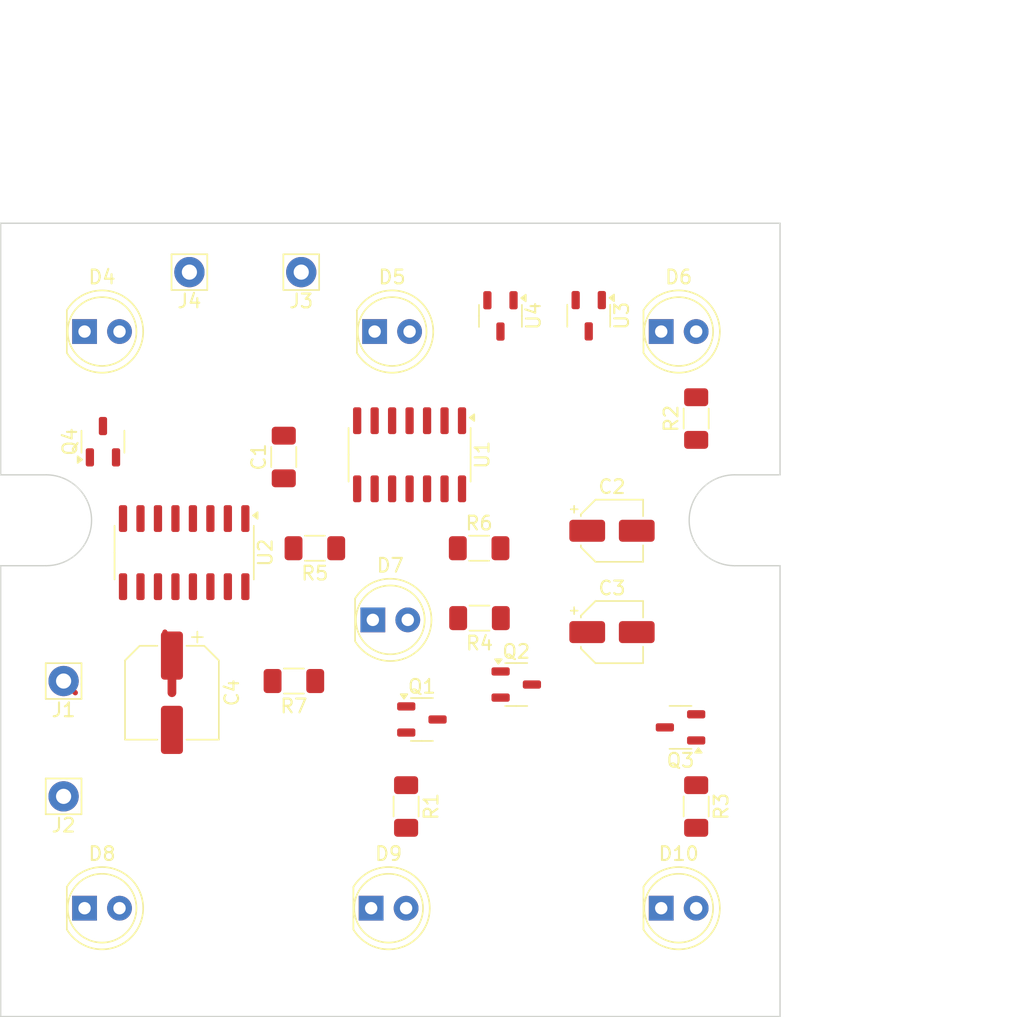
<source format=kicad_pcb>
(kicad_pcb (version 20240108) (generator "pcbnew") (generator_version "8.0")
  (title_block (title "Enter Title On Page Setting Dialog") (rev "1") (company "Ashton Johnson"))
  (layers (0 "F.Cu" signal) (31 "B.Cu" signal) (35 "F.Paste" user) (36 "B.SilkS" user "B.Silkscreen") (37 "F.SilkS" user "F.Silkscreen") (38 "B.Mask" user) (39 "F.Mask" user) (44 "Edge.Cuts" user))
  (net 0 "")
  (net 1 "GND")
  (net 2 "Net-(C1-Pad1)")
  (net 3 "LVDC")
  (net 4 "Net-(C3-Pad1)")
  (net 5 "+9V")
  (net 6 "Net-(J3-Pin_1)")
  (net 7 "Net-(R6-Pad1)")
  (net 8 "Net-(U4-ANODE)")
  (net 9 "Net-(D4-K)")
  (net 10 "Net-(D4-A)")
  (net 11 "Net-(D5-A)")
  (net 12 "Net-(D6-A)")
  (net 13 "Net-(D7-A)")
  (net 14 "Net-(D10-K)")
  (net 15 "Net-(D9-A)")
  (net 16 "Net-(D10-A)")
  (net 17 "Net-(Q1-E)")
  (net 18 "Net-(Q1-B)")
  (net 19 "Net-(Q2-B)")
  (net 20 "Net-(Q2-E)")
  (net 21 "Net-(Q3-E)")
  (net 22 "Net-(Q3-B)")
  (net 23 "Net-(Q4-B)")
  (net 24 "Net-(U2-CK)")
  (net 25 "Net-(U2-Cout)")
  (net 26 "Net-(U2-PE)")
  (footprint "MountingHole:MountingHole_3.2mm_M3_ISO7380" (layer "F.Cu") (at 142.418 85.268)
    (property "Reference" "MH4" (hide yes))
    (property "Value" "MountingHole_3.2mm_M3_ISO7380" (hide yes))
    (pad "" np_thru_hole circle (at 0 0) (size 3.2 3.2) (drill 3.2) (layers "*.Cu" "*.Mask"))
  )
  (footprint "LED_THT:LED_D5.0mm" (layer "F.Cu") (at 126.924 92.126)
    (property "Reference" "D9" (at 1.27 -3.96 0) (layer "F.SilkS"))
    (property "Value" "LED")
    (fp_line (start -1.29 -1.545) (end -1.29 1.545) (stroke (width 0.12)) (layer "F.SilkS"))
    (fp_arc (start -1.29 -1.54483) (mid 2.072002 -2.880433) (end 4.26 0.000462) (stroke (width 0.12)) (layer "F.SilkS"))
    (fp_arc (start 4.26 -0.000462) (mid 2.072002 2.880433) (end -1.29 1.54483) (stroke (width 0.12)) (layer "F.SilkS"))
    (fp_circle (center 1.27 0) (end 3.77 0) (stroke (width 0.12)) (fill none) (layer "F.SilkS"))
    (pad "1" thru_hole rect (at 0 0) (size 1.8 1.8) (drill 0.9) (layers "*.Cu" "*.Mask") (net 11 "Net-(D5-A)"))
    (pad "2" thru_hole circle (at 2.54 0) (size 1.8 1.8) (drill 0.9) (layers "*.Cu" "*.Mask") (net 15 "Net-(D9-A)"))
  )
  (footprint "Connector_Pin:Pin_D1.1mm_L8.5mm_W2.5mm_FlatFork" (layer "F.Cu") (at 104.572 75.616)
    (property "Reference" "J1" (at 0 2.1 0) (layer "F.SilkS"))
    (property "Value" "9VDC")
    (fp_line (start -1.3 -1.3) (end 1.3 -1.3) (stroke (width 0.12)) (layer "F.SilkS"))
    (fp_line (start -1.3 1.3) (end -1.3 -1.3) (stroke (width 0.12)) (layer "F.SilkS"))
    (fp_line (start -1.3 1.3) (end 1.3 1.3) (stroke (width 0.12)) (layer "F.SilkS"))
    (fp_line (start 1.3 -1.3) (end 1.3 1.3) (stroke (width 0.12)) (layer "F.SilkS"))
    (pad "1" thru_hole circle (at 0 0) (size 2.2 2.2) (drill 1.1) (layers "*.Cu" "*.Mask") (net 5 "+9V"))
  )
  (footprint "Connector_Pin:Pin_D1.1mm_L8.5mm_W2.5mm_FlatFork" (layer "F.Cu") (at 113.716 45.898)
    (property "Reference" "J4" (at 0 2.1 0) (layer "F.SilkS"))
    (property "Value" "Touch GND")
    (fp_line (start -1.3 -1.3) (end 1.3 -1.3) (stroke (width 0.12)) (layer "F.SilkS"))
    (fp_line (start -1.3 1.3) (end -1.3 -1.3) (stroke (width 0.12)) (layer "F.SilkS"))
    (fp_line (start -1.3 1.3) (end 1.3 1.3) (stroke (width 0.12)) (layer "F.SilkS"))
    (fp_line (start 1.3 -1.3) (end 1.3 1.3) (stroke (width 0.12)) (layer "F.SilkS"))
    (pad "1" thru_hole circle (at 0 0) (size 2.2 2.2) (drill 1.1) (layers "*.Cu" "*.Mask") (net 1 "GND"))
  )
  (footprint "Resistor_SMD:R_1206_3216Metric_Pad1.30x1.75mm_HandSolder" (layer "F.Cu") (at 129.464 84.734 -90)
    (property "Reference" "R1" (at 0 -1.82 90) (layer "F.SilkS"))
    (property "Value" "270")
    (fp_line (start -0.727064 0.91) (end 0.727064 0.91) (stroke (width 0.12)) (layer "F.SilkS"))
    (fp_line (start -0.727064 -0.91) (end 0.727064 -0.91) (stroke (width 0.12)) (layer "F.SilkS"))
    (pad "1" smd roundrect (at -1.55 0 270) (size 1.3 1.75) (layers "F.Cu" "F.Paste" "F.Mask") (roundrect_rratio 0.192308) (net 17 "Net-(Q1-E)"))
    (pad "2" smd roundrect (at 1.55 0 270) (size 1.3 1.75) (layers "F.Cu" "F.Paste" "F.Mask") (roundrect_rratio 0.192308) (net 15 "Net-(D9-A)"))
  )
  (footprint "Connector_Pin:Pin_D1.1mm_L8.5mm_W2.5mm_FlatFork" (layer "F.Cu") (at 121.844 45.898)
    (property "Reference" "J3" (at 0 2.1 0) (layer "F.SilkS"))
    (property "Value" "Touch")
    (fp_line (start -1.3 -1.3) (end 1.3 -1.3) (stroke (width 0.12)) (layer "F.SilkS"))
    (fp_line (start -1.3 1.3) (end -1.3 -1.3) (stroke (width 0.12)) (layer "F.SilkS"))
    (fp_line (start -1.3 1.3) (end 1.3 1.3) (stroke (width 0.12)) (layer "F.SilkS"))
    (fp_line (start 1.3 -1.3) (end 1.3 1.3) (stroke (width 0.12)) (layer "F.SilkS"))
    (pad "1" thru_hole circle (at 0 0) (size 2.2 2.2) (drill 1.1) (layers "*.Cu" "*.Mask") (net 6 "Net-(J3-Pin_1)"))
  )
  (footprint "MountingHole:MountingHole_3.2mm_M3_ISO7380" (layer "F.Cu") (at 114.224 85.268)
    (property "Reference" "MH2" (hide yes))
    (property "Value" "MountingHole_3.2mm_M3_ISO7380" (hide yes))
    (pad "" np_thru_hole circle (at 0 0) (size 3.2 3.2) (drill 3.2) (layers "*.Cu" "*.Mask"))
  )
  (footprint "Package_TO_SOT_SMD:SOT-23-3" (layer "F.Cu") (at 136.322 49.0785 -90)
    (property "Reference" "U4" (at 0 -2.4 90) (layer "F.SilkS"))
    (property "Value" "BAW56LT1G")
    (fp_line (start 0 1.56) (end -0.8 1.56) (stroke (width 0.12)) (layer "F.SilkS"))
    (fp_line (start 0 1.56) (end 0.8 1.56) (stroke (width 0.12)) (layer "F.SilkS"))
    (fp_line (start 0 -1.56) (end -0.8 -1.56) (stroke (width 0.12)) (layer "F.SilkS"))
    (fp_line (start 0 -1.56) (end 0.8 -1.56) (stroke (width 0.12)) (layer "F.SilkS"))
    (fp_poly (pts (xy -1.3 -1.51) (xy -1.54 -1.84) (xy -1.06 -1.84) (xy -1.3 -1.51)) (stroke (width 0.12)) (fill solid) (layer "F.SilkS"))
    (pad "1" smd roundrect (at -1.1375 -0.95 270) (size 1.325 0.6) (layers "F.Cu" "F.Paste" "F.Mask") (net 4 "Net-(C3-Pad1)"))
    (pad "2" smd roundrect (at -1.1375 0.95 270) (size 1.325 0.6) (layers "F.Cu" "F.Paste" "F.Mask") (net 7 "Net-(R6-Pad1)"))
    (pad "3" smd roundrect (at 1.1375 0 270) (size 1.325 0.6) (layers "F.Cu" "F.Paste" "F.Mask") (net 8 "Net-(U4-ANODE)"))
  )
  (footprint "Package_TO_SOT_SMD:SOT-23-3" (layer "F.Cu") (at 130.6125 78.41)
    (property "Reference" "Q1" (at 0 -2.4 0) (layer "F.SilkS"))
    (property "Value" "MMBT100")
    (fp_line (start 0 -1.56) (end -0.8 -1.56) (stroke (width 0.12)) (layer "F.SilkS"))
    (fp_line (start 0 -1.56) (end 0.8 -1.56) (stroke (width 0.12)) (layer "F.SilkS"))
    (fp_line (start 0 1.56) (end -0.8 1.56) (stroke (width 0.12)) (layer "F.SilkS"))
    (fp_line (start 0 1.56) (end 0.8 1.56) (stroke (width 0.12)) (layer "F.SilkS"))
    (fp_poly (pts (xy -1.3 -1.51) (xy -1.54 -1.84) (xy -1.06 -1.84) (xy -1.3 -1.51)) (stroke (width 0.12)) (fill solid) (layer "F.SilkS"))
    (pad "1" smd roundrect (at -1.1375 -0.95) (size 1.325 0.6) (layers "F.Cu" "F.Paste" "F.Mask") (net 18 "Net-(Q1-B)"))
    (pad "2" smd roundrect (at -1.1375 0.95) (size 1.325 0.6) (layers "F.Cu" "F.Paste" "F.Mask") (net 17 "Net-(Q1-E)"))
    (pad "3" smd roundrect (at 1.1375 0) (size 1.325 0.6) (layers "F.Cu" "F.Paste" "F.Mask") (net 5 "+9V"))
  )
  (footprint "LED_THT:LED_D5.0mm" (layer "F.Cu") (at 106.096 92.126)
    (property "Reference" "D8" (at 1.27 -3.96 0) (layer "F.SilkS"))
    (property "Value" "LED")
    (fp_line (start -1.29 -1.545) (end -1.29 1.545) (stroke (width 0.12)) (layer "F.SilkS"))
    (fp_arc (start -1.29 -1.54483) (mid 2.072002 -2.880433) (end 4.26 0.000462) (stroke (width 0.12)) (layer "F.SilkS"))
    (fp_arc (start 4.26 -0.000462) (mid 2.072002 2.880433) (end -1.29 1.54483) (stroke (width 0.12)) (layer "F.SilkS"))
    (fp_circle (center 1.27 0) (end 3.77 0) (stroke (width 0.12)) (fill none) (layer "F.SilkS"))
    (pad "1" thru_hole rect (at 0 0) (size 1.8 1.8) (drill 0.9) (layers "*.Cu" "*.Mask") (net 9 "Net-(D4-K)"))
    (pad "2" thru_hole circle (at 2.54 0) (size 1.8 1.8) (drill 0.9) (layers "*.Cu" "*.Mask") (net 14 "Net-(D10-K)"))
  )
  (footprint "Resistor_SMD:R_1206_3216Metric_Pad1.30x1.75mm_HandSolder" (layer "F.Cu") (at 122.834 65.964 180)
    (property "Reference" "R5" (at 0 -1.82 0) (layer "F.SilkS"))
    (property "Value" "6.8k")
    (fp_line (start -0.727064 0.91) (end 0.727064 0.91) (stroke (width 0.12)) (layer "F.SilkS"))
    (fp_line (start -0.727064 -0.91) (end 0.727064 -0.91) (stroke (width 0.12)) (layer "F.SilkS"))
    (pad "1" smd roundrect (at -1.55 0 180) (size 1.3 1.75) (layers "F.Cu" "F.Paste" "F.Mask") (roundrect_rratio 0.192308) (net 2 "Net-(C1-Pad1)"))
    (pad "2" smd roundrect (at 1.55 0 180) (size 1.3 1.75) (layers "F.Cu" "F.Paste" "F.Mask") (roundrect_rratio 0.192308) (net 24 "Net-(U2-CK)"))
  )
  (footprint "Resistor_SMD:R_1206_3216Metric_Pad1.30x1.75mm_HandSolder" (layer "F.Cu") (at 150.546 84.734 -90)
    (property "Reference" "R3" (at 0 -1.82 90) (layer "F.SilkS"))
    (property "Value" "270")
    (fp_line (start -0.727064 0.91) (end 0.727064 0.91) (stroke (width 0.12)) (layer "F.SilkS"))
    (fp_line (start -0.727064 -0.91) (end 0.727064 -0.91) (stroke (width 0.12)) (layer "F.SilkS"))
    (pad "1" smd roundrect (at -1.55 0 270) (size 1.3 1.75) (layers "F.Cu" "F.Paste" "F.Mask") (roundrect_rratio 0.192308) (net 21 "Net-(Q3-E)"))
    (pad "2" smd roundrect (at 1.55 0 270) (size 1.3 1.75) (layers "F.Cu" "F.Paste" "F.Mask") (roundrect_rratio 0.192308) (net 16 "Net-(D10-A)"))
  )
  (footprint "Connector_Pin:Pin_D1.1mm_L8.5mm_W2.5mm_FlatFork" (layer "F.Cu") (at 104.572 83.998)
    (property "Reference" "J2" (at 0 2.1 0) (layer "F.SilkS"))
    (property "Value" "GND")
    (fp_line (start -1.3 -1.3) (end 1.3 -1.3) (stroke (width 0.12)) (layer "F.SilkS"))
    (fp_line (start -1.3 1.3) (end -1.3 -1.3) (stroke (width 0.12)) (layer "F.SilkS"))
    (fp_line (start -1.3 1.3) (end 1.3 1.3) (stroke (width 0.12)) (layer "F.SilkS"))
    (fp_line (start 1.3 -1.3) (end 1.3 1.3) (stroke (width 0.12)) (layer "F.SilkS"))
    (pad "1" thru_hole circle (at 0 0) (size 2.2 2.2) (drill 1.1) (layers "*.Cu" "*.Mask") (net 1 "GND"))
  )
  (footprint "Capacitor_SMD:CP_Elec_6.3x7.7" (layer "F.Cu") (at 112.446 76.465621 -90)
    (property "Reference" "C4" (at 0 -4.35 -90) (layer "F.SilkS"))
    (property "Value" "220uF/16V")
    (fp_line (start -2.345563 3.41) (end 3.41 3.41) (stroke (width 0.12)) (layer "F.SilkS"))
    (fp_line (start 3.41 3.41) (end 3.41 1.06) (stroke (width 0.12)) (layer "F.SilkS"))
    (fp_line (start -3.41 2.345563) (end -2.345563 3.41) (stroke (width 0.12)) (layer "F.SilkS"))
    (fp_line (start -3.41 2.345563) (end -3.41 1.06) (stroke (width 0.12)) (layer "F.SilkS"))
    (fp_line (start -4.4375 -1.8475) (end -3.65 -1.8475) (stroke (width 0.12)) (layer "F.SilkS"))
    (fp_line (start -4.04375 -2.24125) (end -4.04375 -1.45375) (stroke (width 0.12)) (layer "F.SilkS"))
    (fp_line (start -3.41 -2.345563) (end -3.41 -1.06) (stroke (width 0.12)) (layer "F.SilkS"))
    (fp_line (start -3.41 -2.345563) (end -2.345563 -3.41) (stroke (width 0.12)) (layer "F.SilkS"))
    (fp_line (start -2.345563 -3.41) (end 3.41 -3.41) (stroke (width 0.12)) (layer "F.SilkS"))
    (fp_line (start 3.41 -3.41) (end 3.41 -1.06) (stroke (width 0.12)) (layer "F.SilkS"))
    (pad "1" smd roundrect (at -2.7 0 270) (size 3.5 1.6) (layers "F.Cu" "F.Paste" "F.Mask") (roundrect_rratio 0.15625) (net 5 "+9V"))
    (pad "2" smd roundrect (at 2.7 0 270) (size 3.5 1.6) (layers "F.Cu" "F.Paste" "F.Mask") (roundrect_rratio 0.15625) (net 1 "GND"))
  )
  (footprint "LED_THT:LED_D5.0mm" (layer "F.Cu") (at 127.178 50.216)
    (property "Reference" "D5" (at 1.27 -3.96 0) (layer "F.SilkS"))
    (property "Value" "LED")
    (fp_line (start -1.29 -1.545) (end -1.29 1.545) (stroke (width 0.12)) (layer "F.SilkS"))
    (fp_arc (start -1.29 -1.54483) (mid 2.072002 -2.880433) (end 4.26 0.000462) (stroke (width 0.12)) (layer "F.SilkS"))
    (fp_arc (start 4.26 -0.000462) (mid 2.072002 2.880433) (end -1.29 1.54483) (stroke (width 0.12)) (layer "F.SilkS"))
    (fp_circle (center 1.27 0) (end 3.77 0) (stroke (width 0.12)) (fill none) (layer "F.SilkS"))
    (pad "1" thru_hole rect (at 0 0) (size 1.8 1.8) (drill 0.9) (layers "*.Cu" "*.Mask") (net 9 "Net-(D4-K)"))
    (pad "2" thru_hole circle (at 2.54 0) (size 1.8 1.8) (drill 0.9) (layers "*.Cu" "*.Mask") (net 11 "Net-(D5-A)"))
  )
  (footprint "Resistor_SMD:R_1206_3216Metric_Pad1.30x1.75mm_HandSolder" (layer "F.Cu") (at 134.798 71.044 180)
    (property "Reference" "R4" (at 0 -1.82 0) (layer "F.SilkS"))
    (property "Value" "330")
    (fp_line (start -0.727064 0.91) (end 0.727064 0.91) (stroke (width 0.12)) (layer "F.SilkS"))
    (fp_line (start -0.727064 -0.91) (end 0.727064 -0.91) (stroke (width 0.12)) (layer "F.SilkS"))
    (pad "1" smd roundrect (at -1.55 0 180) (size 1.3 1.75) (layers "F.Cu" "F.Paste" "F.Mask") (roundrect_rratio 0.192308) (net 20 "Net-(Q2-E)"))
    (pad "2" smd roundrect (at 1.55 0 180) (size 1.3 1.75) (layers "F.Cu" "F.Paste" "F.Mask") (roundrect_rratio 0.192308) (net 13 "Net-(D7-A)"))
  )
  (footprint "LED_THT:LED_D5.0mm" (layer "F.Cu") (at 148.006 50.216)
    (property "Reference" "D6" (at 1.27 -3.96 0) (layer "F.SilkS"))
    (property "Value" "LED")
    (fp_line (start -1.29 -1.545) (end -1.29 1.545) (stroke (width 0.12)) (layer "F.SilkS"))
    (fp_arc (start -1.29 -1.54483) (mid 2.072002 -2.880433) (end 4.26 0.000462) (stroke (width 0.12)) (layer "F.SilkS"))
    (fp_arc (start 4.26 -0.000462) (mid 2.072002 2.880433) (end -1.29 1.54483) (stroke (width 0.12)) (layer "F.SilkS"))
    (fp_circle (center 1.27 0) (end 3.77 0) (stroke (width 0.12)) (fill none) (layer "F.SilkS"))
    (pad "1" thru_hole rect (at 0 0) (size 1.8 1.8) (drill 0.9) (layers "*.Cu" "*.Mask") (net 10 "Net-(D4-A)"))
    (pad "2" thru_hole circle (at 2.54 0) (size 1.8 1.8) (drill 0.9) (layers "*.Cu" "*.Mask") (net 12 "Net-(D6-A)"))
  )
  (footprint "LED_THT:LED_D5.0mm" (layer "F.Cu") (at 106.096 50.216)
    (property "Reference" "D4" (at 1.27 -3.96 0) (layer "F.SilkS"))
    (property "Value" "LED")
    (fp_line (start -1.29 -1.545) (end -1.29 1.545) (stroke (width 0.12)) (layer "F.SilkS"))
    (fp_arc (start -1.29 -1.54483) (mid 2.072002 -2.880433) (end 4.26 0.000462) (stroke (width 0.12)) (layer "F.SilkS"))
    (fp_arc (start 4.26 -0.000462) (mid 2.072002 2.880433) (end -1.29 1.54483) (stroke (width 0.12)) (layer "F.SilkS"))
    (fp_circle (center 1.27 0) (end 3.77 0) (stroke (width 0.12)) (fill none) (layer "F.SilkS"))
    (pad "1" thru_hole rect (at 0 0) (size 1.8 1.8) (drill 0.9) (layers "*.Cu" "*.Mask") (net 9 "Net-(D4-K)"))
    (pad "2" thru_hole circle (at 2.54 0) (size 1.8 1.8) (drill 0.9) (layers "*.Cu" "*.Mask") (net 10 "Net-(D4-A)"))
  )
  (footprint "Package_TO_SOT_SMD:SOT-23-3" (layer "F.Cu") (at 149.4085 78.984 180)
    (property "Reference" "Q3" (at 0 -2.4 0) (layer "F.SilkS"))
    (property "Value" "MMBT100")
    (fp_line (start 0 1.56) (end 0.8 1.56) (stroke (width 0.12)) (layer "F.SilkS"))
    (fp_line (start 0 1.56) (end -0.8 1.56) (stroke (width 0.12)) (layer "F.SilkS"))
    (fp_line (start 0 -1.56) (end 0.8 -1.56) (stroke (width 0.12)) (layer "F.SilkS"))
    (fp_line (start 0 -1.56) (end -0.8 -1.56) (stroke (width 0.12)) (layer "F.SilkS"))
    (fp_poly (pts (xy -1.3 -1.51) (xy -1.54 -1.84) (xy -1.06 -1.84) (xy -1.3 -1.51)) (stroke (width 0.12)) (fill solid) (layer "F.SilkS"))
    (pad "1" smd roundrect (at -1.1375 -0.95 180) (size 1.325 0.6) (layers "F.Cu" "F.Paste" "F.Mask") (net 22 "Net-(Q3-B)"))
    (pad "2" smd roundrect (at -1.1375 0.95 180) (size 1.325 0.6) (layers "F.Cu" "F.Paste" "F.Mask") (net 21 "Net-(Q3-E)"))
    (pad "3" smd roundrect (at 1.1375 0 180) (size 1.325 0.6) (layers "F.Cu" "F.Paste" "F.Mask") (net 5 "+9V"))
  )
  (footprint "Package_TO_SOT_SMD:SOT-23-3" (layer "F.Cu") (at 142.738 49.0675 -90)
    (property "Reference" "U3" (at 0 -2.4 90) (layer "F.SilkS"))
    (property "Value" "BAW56LT1G")
    (fp_line (start 0 1.56) (end -0.8 1.56) (stroke (width 0.12)) (layer "F.SilkS"))
    (fp_line (start 0 1.56) (end 0.8 1.56) (stroke (width 0.12)) (layer "F.SilkS"))
    (fp_line (start 0 -1.56) (end -0.8 -1.56) (stroke (width 0.12)) (layer "F.SilkS"))
    (fp_line (start 0 -1.56) (end 0.8 -1.56) (stroke (width 0.12)) (layer "F.SilkS"))
    (fp_poly (pts (xy -1.3 -1.51) (xy -1.54 -1.84) (xy -1.06 -1.84) (xy -1.3 -1.51)) (stroke (width 0.12)) (fill solid) (layer "F.SilkS"))
    (pad "1" smd roundrect (at -1.1375 -0.95 270) (size 1.325 0.6) (layers "F.Cu" "F.Paste" "F.Mask") (net 5 "+9V"))
    (pad "2" smd roundrect (at -1.1375 0.95 270) (size 1.325 0.6) (layers "F.Cu" "F.Paste" "F.Mask"))
    (pad "3" smd roundrect (at 1.1375 0 270) (size 1.325 0.6) (layers "F.Cu" "F.Paste" "F.Mask") (net 6 "Net-(J3-Pin_1)"))
  )
  (footprint "Capacitor_SMD:CP_Elec_4x5.8" (layer "F.Cu") (at 144.428 64.694)
    (property "Reference" "C2" (at 0 -3.2 0) (layer "F.SilkS"))
    (property "Value" "6.8uF/25V")
    (fp_line (start -3 -1.56) (end -2.5 -1.56) (stroke (width 0.12)) (layer "F.SilkS"))
    (fp_line (start -2.75 -1.81) (end -2.75 -1.31) (stroke (width 0.12)) (layer "F.SilkS"))
    (fp_line (start -2.26 -1.195563) (end -2.26 -1.06) (stroke (width 0.12)) (layer "F.SilkS"))
    (fp_line (start -2.26 -1.195563) (end -1.195563 -2.26) (stroke (width 0.12)) (layer "F.SilkS"))
    (fp_line (start -2.26 1.195563) (end -2.26 1.06) (stroke (width 0.12)) (layer "F.SilkS"))
    (fp_line (start -2.26 1.195563) (end -1.195563 2.26) (stroke (width 0.12)) (layer "F.SilkS"))
    (fp_line (start -1.195563 -2.26) (end 2.26 -2.26) (stroke (width 0.12)) (layer "F.SilkS"))
    (fp_line (start -1.195563 2.26) (end 2.26 2.26) (stroke (width 0.12)) (layer "F.SilkS"))
    (fp_line (start 2.26 -2.26) (end 2.26 -1.06) (stroke (width 0.12)) (layer "F.SilkS"))
    (fp_line (start 2.26 2.26) (end 2.26 1.06) (stroke (width 0.12)) (layer "F.SilkS"))
    (pad "1" smd roundrect (at -1.8 0) (size 2.6 1.6) (layers "F.Cu" "F.Paste" "F.Mask") (roundrect_rratio 0.15625) (net 3 "LVDC"))
    (pad "2" smd roundrect (at 1.8 0) (size 2.6 1.6) (layers "F.Cu" "F.Paste" "F.Mask") (roundrect_rratio 0.15625) (net 1 "GND"))
  )
  (footprint "Resistor_SMD:R_1206_3216Metric_Pad1.30x1.75mm_HandSolder" (layer "F.Cu") (at 150.546 56.54 90)
    (property "Reference" "R2" (at 0 -1.82 90) (layer "F.SilkS"))
    (property "Value" "270")
    (fp_line (start -0.727064 -0.91) (end 0.727064 -0.91) (stroke (width 0.12)) (layer "F.SilkS"))
    (fp_line (start -0.727064 0.91) (end 0.727064 0.91) (stroke (width 0.12)) (layer "F.SilkS"))
    (pad "1" smd roundrect (at -1.55 0 90) (size 1.3 1.75) (layers "F.Cu" "F.Paste" "F.Mask") (roundrect_rratio 0.192308) (net 21 "Net-(Q3-E)"))
    (pad "2" smd roundrect (at 1.55 0 90) (size 1.3 1.75) (layers "F.Cu" "F.Paste" "F.Mask") (roundrect_rratio 0.192308) (net 12 "Net-(D6-A)"))
  )
  (footprint "Resistor_SMD:R_1206_3216Metric_Pad1.30x1.75mm_HandSolder" (layer "F.Cu") (at 120.574 59.334 90)
    (property "Reference" "C1" (at 0 -1.82 90) (layer "F.SilkS"))
    (property "Value" "1uF/63V")
    (fp_line (start -0.727064 -0.91) (end 0.727064 -0.91) (stroke (width 0.12)) (layer "F.SilkS"))
    (fp_line (start -0.727064 0.91) (end 0.727064 0.91) (stroke (width 0.12)) (layer "F.SilkS"))
    (pad "1" smd roundrect (at -1.55 0 90) (size 1.3 1.75) (layers "F.Cu" "F.Paste" "F.Mask") (roundrect_rratio 0.192308) (net 2 "Net-(C1-Pad1)"))
    (pad "2" smd roundrect (at 1.55 0 90) (size 1.3 1.75) (layers "F.Cu" "F.Paste" "F.Mask") (roundrect_rratio 0.192308) (net 1 "GND"))
  )
  (footprint "Package_TO_SOT_SMD:SOT-23-3" (layer "F.Cu") (at 137.4705 75.87)
    (property "Reference" "Q2" (at 0 -2.4 0) (layer "F.SilkS"))
    (property "Value" "MMBT100")
    (fp_line (start 0 -1.56) (end -0.8 -1.56) (stroke (width 0.12)) (layer "F.SilkS"))
    (fp_line (start 0 -1.56) (end 0.8 -1.56) (stroke (width 0.12)) (layer "F.SilkS"))
    (fp_line (start 0 1.56) (end -0.8 1.56) (stroke (width 0.12)) (layer "F.SilkS"))
    (fp_line (start 0 1.56) (end 0.8 1.56) (stroke (width 0.12)) (layer "F.SilkS"))
    (fp_poly (pts (xy -1.3 -1.51) (xy -1.54 -1.84) (xy -1.06 -1.84) (xy -1.3 -1.51)) (stroke (width 0.12)) (fill solid) (layer "F.SilkS"))
    (pad "1" smd roundrect (at -1.1375 -0.95) (size 1.325 0.6) (layers "F.Cu" "F.Paste" "F.Mask") (net 19 "Net-(Q2-B)"))
    (pad "2" smd roundrect (at -1.1375 0.95) (size 1.325 0.6) (layers "F.Cu" "F.Paste" "F.Mask") (net 20 "Net-(Q2-E)"))
    (pad "3" smd roundrect (at 1.1375 0) (size 1.325 0.6) (layers "F.Cu" "F.Paste" "F.Mask") (net 5 "+9V"))
  )
  (footprint "Resistor_SMD:R_1206_3216Metric_Pad1.30x1.75mm_HandSolder" (layer "F.Cu") (at 121.31 75.616 180)
    (property "Reference" "R7" (at 0 -1.82 0) (layer "F.SilkS"))
    (property "Value" "1M")
    (fp_line (start -0.727064 0.91) (end 0.727064 0.91) (stroke (width 0.12)) (layer "F.SilkS"))
    (fp_line (start -0.727064 -0.91) (end 0.727064 -0.91) (stroke (width 0.12)) (layer "F.SilkS"))
    (pad "1" smd roundrect (at -1.55 0 180) (size 1.3 1.75) (layers "F.Cu" "F.Paste" "F.Mask") (roundrect_rratio 0.192308) (net 4 "Net-(C3-Pad1)"))
    (pad "2" smd roundrect (at 1.55 0 180) (size 1.3 1.75) (layers "F.Cu" "F.Paste" "F.Mask") (roundrect_rratio 0.192308) (net 1 "GND"))
  )
  (footprint "Package_SO:SOIC-16_3.9x9.9mm_P1.27mm" (layer "F.Cu") (at 113.335 66.283 -90)
    (property "Reference" "U2" (at 0 -5.9 90) (layer "F.SilkS"))
    (property "Value" "4029")
    (fp_line (start 0 5.06) (end -1.95 5.06) (stroke (width 0.12)) (layer "F.SilkS"))
    (fp_line (start 0 5.06) (end 1.95 5.06) (stroke (width 0.12)) (layer "F.SilkS"))
    (fp_line (start 0 -5.06) (end -1.95 -5.06) (stroke (width 0.12)) (layer "F.SilkS"))
    (fp_line (start 0 -5.06) (end 1.95 -5.06) (stroke (width 0.12)) (layer "F.SilkS"))
    (fp_poly (pts (xy -2.7 -5.005) (xy -2.94 -5.335) (xy -2.46 -5.335) (xy -2.7 -5.005)) (stroke (width 0.12)) (fill solid) (layer "F.SilkS"))
    (pad "1" smd roundrect (at -2.475 -4.445 270) (size 1.95 0.6) (layers "F.Cu" "F.Paste" "F.Mask") (net 26 "Net-(U2-PE)"))
    (pad "2" smd roundrect (at -2.475 -3.175 270) (size 1.95 0.6) (layers "F.Cu" "F.Paste" "F.Mask"))
    (pad "3" smd roundrect (at -2.475 -1.905 270) (size 1.95 0.6) (layers "F.Cu" "F.Paste" "F.Mask") (net 5 "+9V"))
    (pad "4" smd roundrect (at -2.475 -0.635 270) (size 1.95 0.6) (layers "F.Cu" "F.Paste" "F.Mask") (net 5 "+9V"))
    (pad "5" smd roundrect (at -2.475 0.635 270) (size 1.95 0.6) (layers "F.Cu" "F.Paste" "F.Mask") (net 1 "GND"))
    (pad "6" smd roundrect (at -2.475 1.905 270) (size 1.95 0.6) (layers "F.Cu" "F.Paste" "F.Mask") (net 19 "Net-(Q2-B)"))
    (pad "7" smd roundrect (at -2.475 3.175 270) (size 1.95 0.6) (layers "F.Cu" "F.Paste" "F.Mask") (net 25 "Net-(U2-Cout)"))
    (pad "8" smd roundrect (at -2.475 4.445 270) (size 1.95 0.6) (layers "F.Cu" "F.Paste" "F.Mask") (net 1 "GND"))
    (pad "9" smd roundrect (at 2.475 4.445 270) (size 1.95 0.6) (layers "F.Cu" "F.Paste" "F.Mask") (net 5 "+9V"))
    (pad "10" smd roundrect (at 2.475 3.175 270) (size 1.95 0.6) (layers "F.Cu" "F.Paste" "F.Mask") (net 5 "+9V"))
    (pad "11" smd roundrect (at 2.475 1.905 270) (size 1.95 0.6) (layers "F.Cu" "F.Paste" "F.Mask") (net 18 "Net-(Q1-B)"))
    (pad "12" smd roundrect (at 2.475 0.635 270) (size 1.95 0.6) (layers "F.Cu" "F.Paste" "F.Mask") (net 1 "GND"))
    (pad "13" smd roundrect (at 2.475 -0.635 270) (size 1.95 0.6) (layers "F.Cu" "F.Paste" "F.Mask") (net 1 "GND"))
    (pad "14" smd roundrect (at 2.475 -1.905 270) (size 1.95 0.6) (layers "F.Cu" "F.Paste" "F.Mask") (net 22 "Net-(Q3-B)"))
    (pad "15" smd roundrect (at 2.475 -3.175 270) (size 1.95 0.6) (layers "F.Cu" "F.Paste" "F.Mask") (net 24 "Net-(U2-CK)"))
    (pad "16" smd roundrect (at 2.475 -4.445 270) (size 1.95 0.6) (layers "F.Cu" "F.Paste" "F.Mask") (net 5 "+9V"))
  )
  (footprint "Resistor_SMD:R_1206_3216Metric_Pad1.30x1.75mm_HandSolder" (layer "F.Cu") (at 134.772 65.964)
    (property "Reference" "R6" (at 0 -1.82 0) (layer "F.SilkS"))
    (property "Value" "470k")
    (fp_line (start -0.727064 -0.91) (end 0.727064 -0.91) (stroke (width 0.12)) (layer "F.SilkS"))
    (fp_line (start -0.727064 0.91) (end 0.727064 0.91) (stroke (width 0.12)) (layer "F.SilkS"))
    (pad "1" smd roundrect (at -1.55 0) (size 1.3 1.75) (layers "F.Cu" "F.Paste" "F.Mask") (roundrect_rratio 0.192308) (net 7 "Net-(R6-Pad1)"))
    (pad "2" smd roundrect (at 1.55 0) (size 1.3 1.75) (layers "F.Cu" "F.Paste" "F.Mask") (roundrect_rratio 0.192308) (net 1 "GND"))
  )
  (footprint "Package_SO:SOIC-14_3.9x8.7mm_P1.27mm" (layer "F.Cu") (at 129.718 59.171 -90)
    (property "Reference" "U1" (at 0 -5.28 90) (layer "F.SilkS"))
    (property "Value" "4093")
    (fp_line (start 0 4.435) (end -1.95 4.435) (stroke (width 0.12)) (layer "F.SilkS"))
    (fp_line (start 0 4.435) (end 1.95 4.435) (stroke (width 0.12)) (layer "F.SilkS"))
    (fp_line (start 0 -4.435) (end -1.95 -4.435) (stroke (width 0.12)) (layer "F.SilkS"))
    (fp_line (start 0 -4.435) (end 1.95 -4.435) (stroke (width 0.12)) (layer "F.SilkS"))
    (fp_poly (pts (xy -2.7 -4.37) (xy -2.94 -4.7) (xy -2.46 -4.7) (xy -2.7 -4.37)) (stroke (width 0.12)) (fill solid) (layer "F.SilkS"))
    (pad "1" smd roundrect (at -2.475 -3.81 270) (size 1.95 0.6) (layers "F.Cu" "F.Paste" "F.Mask") (net 6 "Net-(J3-Pin_1)"))
    (pad "2" smd roundrect (at -2.475 -2.54 270) (size 1.95 0.6) (layers "F.Cu" "F.Paste" "F.Mask") (net 6 "Net-(J3-Pin_1)"))
    (pad "3" smd roundrect (at -2.475 -1.27 270) (size 1.95 0.6) (layers "F.Cu" "F.Paste" "F.Mask") (net 8 "Net-(U4-ANODE)"))
    (pad "4" smd roundrect (at -2.475 0 270) (size 1.95 0.6) (layers "F.Cu" "F.Paste" "F.Mask") (net 26 "Net-(U2-PE)"))
    (pad "5" smd roundrect (at -2.475 1.27 270) (size 1.95 0.6) (layers "F.Cu" "F.Paste" "F.Mask") (net 25 "Net-(U2-Cout)"))
    (pad "6" smd roundrect (at -2.475 2.54 270) (size 1.95 0.6) (layers "F.Cu" "F.Paste" "F.Mask") (net 25 "Net-(U2-Cout)"))
    (pad "7" smd roundrect (at -2.475 3.81 270) (size 1.95 0.6) (layers "F.Cu" "F.Paste" "F.Mask") (net 1 "GND"))
    (pad "8" smd roundrect (at 2.475 3.81 270) (size 1.95 0.6) (layers "F.Cu" "F.Paste" "F.Mask") (net 4 "Net-(C3-Pad1)"))
    (pad "9" smd roundrect (at 2.475 2.54 270) (size 1.95 0.6) (layers "F.Cu" "F.Paste" "F.Mask") (net 4 "Net-(C3-Pad1)"))
    (pad "10" smd roundrect (at 2.475 1.27 270) (size 1.95 0.6) (layers "F.Cu" "F.Paste" "F.Mask") (net 23 "Net-(Q4-B)"))
    (pad "11" smd roundrect (at 2.475 0 270) (size 1.95 0.6) (layers "F.Cu" "F.Paste" "F.Mask") (net 24 "Net-(U2-CK)"))
    (pad "12" smd roundrect (at 2.475 -1.27 270) (size 1.95 0.6) (layers "F.Cu" "F.Paste" "F.Mask") (net 2 "Net-(C1-Pad1)"))
    (pad "13" smd roundrect (at 2.475 -2.54 270) (size 1.95 0.6) (layers "F.Cu" "F.Paste" "F.Mask") (net 7 "Net-(R6-Pad1)"))
    (pad "14" smd roundrect (at 2.475 -3.81 270) (size 1.95 0.6) (layers "F.Cu" "F.Paste" "F.Mask") (net 3 "LVDC"))
  )
  (footprint "MountingHole:MountingHole_3.2mm_M3_ISO7380" (layer "F.Cu") (at 142.418 57.074)
    (property "Reference" "MH3" (hide yes))
    (property "Value" "MountingHole_3.2mm_M3_ISO7380" (hide yes))
    (pad "" np_thru_hole circle (at 0 0) (size 3.2 3.2) (drill 3.2) (layers "*.Cu" "*.Mask"))
  )
  (footprint "MountingHole:MountingHole_3.2mm_M3_ISO7380" (layer "F.Cu") (at 114.224 57.074)
    (property "Reference" "MH1" (hide yes))
    (property "Value" "MountingHole_3.2mm_M3_ISO7380" (hide yes))
    (pad "" np_thru_hole circle (at 0 0) (size 3.2 3.2) (drill 3.2) (layers "*.Cu" "*.Mask"))
  )
  (footprint "LED_THT:LED_D5.0mm" (layer "F.Cu") (at 127.046 71.171)
    (property "Reference" "D7" (at 1.27 -3.96 0) (layer "F.SilkS"))
    (property "Value" "LED")
    (fp_line (start -1.29 -1.545) (end -1.29 1.545) (stroke (width 0.12)) (layer "F.SilkS"))
    (fp_arc (start -1.29 -1.54483) (mid 2.072002 -2.880433) (end 4.26 0.000462) (stroke (width 0.12)) (layer "F.SilkS"))
    (fp_arc (start 4.26 -0.000462) (mid 2.072002 2.880433) (end -1.29 1.54483) (stroke (width 0.12)) (layer "F.SilkS"))
    (fp_circle (center 1.27 0) (end 3.77 0) (stroke (width 0.12)) (fill none) (layer "F.SilkS"))
    (pad "1" thru_hole rect (at 0 0) (size 1.8 1.8) (drill 0.9) (layers "*.Cu" "*.Mask") (net 9 "Net-(D4-K)"))
    (pad "2" thru_hole circle (at 2.54 0) (size 1.8 1.8) (drill 0.9) (layers "*.Cu" "*.Mask") (net 13 "Net-(D7-A)"))
  )
  (footprint "Package_TO_SOT_SMD:SOT-23-3" (layer "F.Cu") (at 107.432 58.2225 90)
    (property "Reference" "Q4" (at 0 -2.4 90) (layer "F.SilkS"))
    (property "Value" "MMBT100")
    (fp_line (start 0 -1.56) (end 0.8 -1.56) (stroke (width 0.12)) (layer "F.SilkS"))
    (fp_line (start 0 -1.56) (end -0.8 -1.56) (stroke (width 0.12)) (layer "F.SilkS"))
    (fp_line (start 0 1.56) (end 0.8 1.56) (stroke (width 0.12)) (layer "F.SilkS"))
    (fp_line (start 0 1.56) (end -0.8 1.56) (stroke (width 0.12)) (layer "F.SilkS"))
    (fp_poly (pts (xy -1.3 -1.51) (xy -1.54 -1.84) (xy -1.06 -1.84) (xy -1.3 -1.51)) (stroke (width 0.12)) (fill solid) (layer "F.SilkS"))
    (pad "1" smd roundrect (at -1.1375 -0.95 90) (size 1.325 0.6) (layers "F.Cu" "F.Paste" "F.Mask") (net 23 "Net-(Q4-B)"))
    (pad "2" smd roundrect (at -1.1375 0.95 90) (size 1.325 0.6) (layers "F.Cu" "F.Paste" "F.Mask") (net 1 "GND"))
    (pad "3" smd roundrect (at 1.1375 0 90) (size 1.325 0.6) (layers "F.Cu" "F.Paste" "F.Mask") (net 9 "Net-(D4-K)"))
  )
  (footprint "LED_THT:LED_D5.0mm" (layer "F.Cu") (at 148.006 92.126)
    (property "Reference" "D10" (at 1.27 -3.96 0) (layer "F.SilkS"))
    (property "Value" "LED")
    (fp_line (start -1.29 -1.545) (end -1.29 1.545) (stroke (width 0.12)) (layer "F.SilkS"))
    (fp_arc (start -1.29 -1.54483) (mid 2.072002 -2.880433) (end 4.26 0.000462) (stroke (width 0.12)) (layer "F.SilkS"))
    (fp_arc (start 4.26 -0.000462) (mid 2.072002 2.880433) (end -1.29 1.54483) (stroke (width 0.12)) (layer "F.SilkS"))
    (fp_circle (center 1.27 0) (end 3.77 0) (stroke (width 0.12)) (fill none) (layer "F.SilkS"))
    (pad "1" thru_hole rect (at 0 0) (size 1.8 1.8) (drill 0.9) (layers "*.Cu" "*.Mask") (net 14 "Net-(D10-K)"))
    (pad "2" thru_hole circle (at 2.54 0) (size 1.8 1.8) (drill 0.9) (layers "*.Cu" "*.Mask") (net 16 "Net-(D10-A)"))
  )
  (footprint "Capacitor_SMD:CP_Elec_4x5.8" (layer "F.Cu") (at 144.428 72.06)
    (property "Reference" "C3" (at 0 -3.2 0) (layer "F.SilkS"))
    (property "Value" "6.8uF/25V")
    (fp_line (start -3 -1.56) (end -2.5 -1.56) (stroke (width 0.12)) (layer "F.SilkS"))
    (fp_line (start -2.75 -1.81) (end -2.75 -1.31) (stroke (width 0.12)) (layer "F.SilkS"))
    (fp_line (start -2.26 -1.195563) (end -2.26 -1.06) (stroke (width 0.12)) (layer "F.SilkS"))
    (fp_line (start -2.26 -1.195563) (end -1.195563 -2.26) (stroke (width 0.12)) (layer "F.SilkS"))
    (fp_line (start -2.26 1.195563) (end -2.26 1.06) (stroke (width 0.12)) (layer "F.SilkS"))
    (fp_line (start -2.26 1.195563) (end -1.195563 2.26) (stroke (width 0.12)) (layer "F.SilkS"))
    (fp_line (start -1.195563 -2.26) (end 2.26 -2.26) (stroke (width 0.12)) (layer "F.SilkS"))
    (fp_line (start -1.195563 2.26) (end 2.26 2.26) (stroke (width 0.12)) (layer "F.SilkS"))
    (fp_line (start 2.26 -2.26) (end 2.26 -1.06) (stroke (width 0.12)) (layer "F.SilkS"))
    (fp_line (start 2.26 2.26) (end 2.26 1.06) (stroke (width 0.12)) (layer "F.SilkS"))
    (pad "1" smd roundrect (at -1.8 0) (size 2.6 1.6) (layers "F.Cu" "F.Paste" "F.Mask") (roundrect_rratio 0.15625) (net 4 "Net-(C3-Pad1)"))
    (pad "2" smd roundrect (at 1.8 0) (size 2.6 1.6) (layers "F.Cu" "F.Paste" "F.Mask") (roundrect_rratio 0.15625) (net 1 "GND"))
  )
  (gr_line (start 100 60.63) (end 100 42.342) (stroke (width 0.1)) (layer "Edge.Cuts"))
  (gr_arc (start 153.34 67.234) (mid 150.038 63.932) (end 153.34 60.63) (stroke (width 0.1)) (layer "Edge.Cuts"))
  (gr_line (start 156.642 60.63) (end 156.642 42.342) (stroke (width 0.1)) (layer "Edge.Cuts"))
  (gr_line (start 100 100) (end 156.642 100) (stroke (width 0.1)) (layer "Edge.Cuts"))
  (gr_line (start 103.302 67.234) (end 100 67.234) (stroke (width 0.1)) (layer "Edge.Cuts"))
  (gr_arc (start 103.302 60.63) (mid 106.604 63.932) (end 103.302 67.234) (stroke (width 0.1)) (layer "Edge.Cuts"))
  (gr_line (start 153.34 67.234) (end 156.642 67.234) (stroke (width 0.1)) (layer "Edge.Cuts"))
  (gr_line (start 103.302 60.63) (end 100 60.63) (stroke (width 0.1)) (layer "Edge.Cuts"))
  (gr_line (start 100 67.234) (end 100 100) (stroke (width 0.1)) (layer "Edge.Cuts"))
  (gr_line (start 156.642 42.342) (end 100 42.342) (stroke (width 0.1)) (layer "Edge.Cuts"))
  (gr_line (start 153.34 60.63) (end 156.642 60.63) (stroke (width 0.1)) (layer "Edge.Cuts"))
  (gr_line (start 156.642 100) (end 156.642 67.234) (stroke (width 0.1)) (layer "Edge.Cuts"))
  (segment (start 112.446 76.465621) (end 112.446 75.362) (width 0.635) (layer "F.Cu") (net 5))
  (segment (start 105.421621 76.465621) (end 104.572 75.616) (width 0.381) (layer "F.Cu") (net 5))
  (segment (start 111.938 73.034999) (end 111.938 72.06) (width 0.381) (layer "F.Cu") (net 5))
)
</source>
